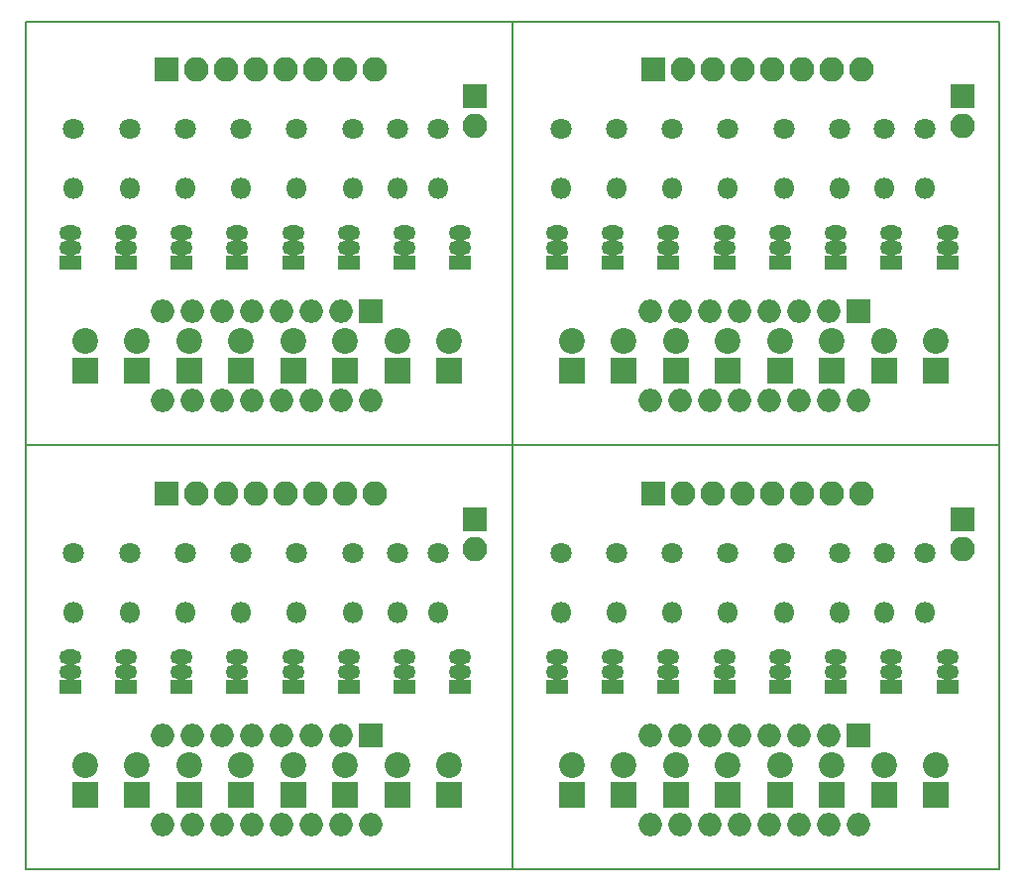
<source format=gbr>
%TF.GenerationSoftware,KiCad,Pcbnew,4.0.7-e2-6376~61~ubuntu18.04.1*%
%TF.CreationDate,2020-07-26T21:14:29+02:00*%
%TF.ProjectId,testio_panel,74657374696F5F70616E656C2E6B6963,rev?*%
%TF.FileFunction,Soldermask,Top*%
%FSLAX46Y46*%
G04 Gerber Fmt 4.6, Leading zero omitted, Abs format (unit mm)*
G04 Created by KiCad (PCBNEW 4.0.7-e2-6376~61~ubuntu18.04.1) date Sun Jul 26 21:14:29 2020*
%MOMM*%
%LPD*%
G01*
G04 APERTURE LIST*
%ADD10C,0.150000*%
%ADD11O,1.900000X1.300000*%
%ADD12R,1.900000X1.300000*%
%ADD13R,2.200000X2.200000*%
%ADD14C,2.200000*%
%ADD15R,2.100000X2.100000*%
%ADD16O,2.100000X2.100000*%
%ADD17C,1.800000*%
%ADD18O,1.800000X1.800000*%
%ADD19R,2.000000X2.000000*%
%ADD20O,2.000000X2.000000*%
G04 APERTURE END LIST*
D10*
X104727500Y-97425000D02*
X104727500Y-61230000D01*
X104727500Y-61230000D02*
X104727500Y-97425000D01*
X104727500Y-97425000D02*
X63135000Y-97425000D01*
X63135000Y-97425000D02*
X104727500Y-97425000D01*
X104727500Y-97425000D02*
X146320000Y-97425000D01*
X146320000Y-97425000D02*
X104727500Y-97425000D01*
X104727500Y-97425000D02*
X104727500Y-133620000D01*
X104727500Y-133620000D02*
X104727500Y-97425000D01*
X146320000Y-133620000D02*
X146320000Y-97425000D01*
X146320000Y-97425000D02*
X146320000Y-61230000D01*
X104727500Y-133620000D02*
X146320000Y-133620000D01*
X63135000Y-133620000D02*
X104727500Y-133620000D01*
X146320000Y-61230000D02*
X104727500Y-61230000D01*
X63135000Y-97425000D02*
X63135000Y-133620000D01*
X104727500Y-61230000D02*
X63135000Y-61230000D01*
X63135000Y-61230000D02*
X63135000Y-97425000D01*
D11*
X118062500Y-116792500D03*
X118062500Y-115522500D03*
D12*
X118062500Y-118062500D03*
D11*
X76470000Y-116792500D03*
X76470000Y-115522500D03*
D12*
X76470000Y-118062500D03*
D11*
X118062500Y-80597500D03*
X118062500Y-79327500D03*
D12*
X118062500Y-81867500D03*
D11*
X113300000Y-116792500D03*
X113300000Y-115522500D03*
D12*
X113300000Y-118062500D03*
D11*
X71707500Y-116792500D03*
X71707500Y-115522500D03*
D12*
X71707500Y-118062500D03*
D11*
X113300000Y-80597500D03*
X113300000Y-79327500D03*
D12*
X113300000Y-81867500D03*
D13*
X109807500Y-127270000D03*
D14*
X109807500Y-124730000D03*
D13*
X68215000Y-127270000D03*
D14*
X68215000Y-124730000D03*
D13*
X109807500Y-91075000D03*
D14*
X109807500Y-88535000D03*
D11*
X108537500Y-116792500D03*
X108537500Y-115522500D03*
D12*
X108537500Y-118062500D03*
D11*
X66945000Y-116792500D03*
X66945000Y-115522500D03*
D12*
X66945000Y-118062500D03*
D11*
X108537500Y-80597500D03*
X108537500Y-79327500D03*
D12*
X108537500Y-81867500D03*
D11*
X122825000Y-116792500D03*
X122825000Y-115522500D03*
D12*
X122825000Y-118062500D03*
D11*
X81232500Y-116792500D03*
X81232500Y-115522500D03*
D12*
X81232500Y-118062500D03*
D11*
X122825000Y-80597500D03*
X122825000Y-79327500D03*
D12*
X122825000Y-81867500D03*
D13*
X118697500Y-127270000D03*
D14*
X118697500Y-124730000D03*
D13*
X77105000Y-127270000D03*
D14*
X77105000Y-124730000D03*
D13*
X118697500Y-91075000D03*
D14*
X118697500Y-88535000D03*
D13*
X123142500Y-127270000D03*
D14*
X123142500Y-124730000D03*
D13*
X81550000Y-127270000D03*
D14*
X81550000Y-124730000D03*
D13*
X123142500Y-91075000D03*
D14*
X123142500Y-88535000D03*
D13*
X114252500Y-127270000D03*
D14*
X114252500Y-124730000D03*
D13*
X72660000Y-127270000D03*
D14*
X72660000Y-124730000D03*
D13*
X114252500Y-91075000D03*
D14*
X114252500Y-88535000D03*
D15*
X116792500Y-101552500D03*
D16*
X119332500Y-101552500D03*
X121872500Y-101552500D03*
X124412500Y-101552500D03*
X126952500Y-101552500D03*
X129492500Y-101552500D03*
X132032500Y-101552500D03*
X134572500Y-101552500D03*
D15*
X75200000Y-101552500D03*
D16*
X77740000Y-101552500D03*
X80280000Y-101552500D03*
X82820000Y-101552500D03*
X85360000Y-101552500D03*
X87900000Y-101552500D03*
X90440000Y-101552500D03*
X92980000Y-101552500D03*
D15*
X116792500Y-65357500D03*
D16*
X119332500Y-65357500D03*
X121872500Y-65357500D03*
X124412500Y-65357500D03*
X126952500Y-65357500D03*
X129492500Y-65357500D03*
X132032500Y-65357500D03*
X134572500Y-65357500D03*
D17*
X118380000Y-106632500D03*
D18*
X118380000Y-111712500D03*
D17*
X76787500Y-106632500D03*
D18*
X76787500Y-111712500D03*
D17*
X118380000Y-70437500D03*
D18*
X118380000Y-75517500D03*
D17*
X113617500Y-106632500D03*
D18*
X113617500Y-111712500D03*
D17*
X72025000Y-106632500D03*
D18*
X72025000Y-111712500D03*
D17*
X113617500Y-70437500D03*
D18*
X113617500Y-75517500D03*
D17*
X123142500Y-106632500D03*
D18*
X123142500Y-111712500D03*
D17*
X81550000Y-106632500D03*
D18*
X81550000Y-111712500D03*
D17*
X123142500Y-70437500D03*
D18*
X123142500Y-75517500D03*
D17*
X132667500Y-106632500D03*
D18*
X132667500Y-111712500D03*
D17*
X91075000Y-106632500D03*
D18*
X91075000Y-111712500D03*
D17*
X132667500Y-70437500D03*
D18*
X132667500Y-75517500D03*
D17*
X127905000Y-106632500D03*
D18*
X127905000Y-111712500D03*
D17*
X86312500Y-106632500D03*
D18*
X86312500Y-111712500D03*
D17*
X127905000Y-70437500D03*
D18*
X127905000Y-75517500D03*
D17*
X108855000Y-106632500D03*
D18*
X108855000Y-111712500D03*
D17*
X67262500Y-106632500D03*
D18*
X67262500Y-111712500D03*
D17*
X108855000Y-70437500D03*
D18*
X108855000Y-75517500D03*
D19*
X134255000Y-122190000D03*
D20*
X116475000Y-129810000D03*
X131715000Y-122190000D03*
X119015000Y-129810000D03*
X129175000Y-122190000D03*
X121555000Y-129810000D03*
X126635000Y-122190000D03*
X124095000Y-129810000D03*
X124095000Y-122190000D03*
X126635000Y-129810000D03*
X121555000Y-122190000D03*
X129175000Y-129810000D03*
X119015000Y-122190000D03*
X131715000Y-129810000D03*
X116475000Y-122190000D03*
X134255000Y-129810000D03*
D19*
X92662500Y-122190000D03*
D20*
X74882500Y-129810000D03*
X90122500Y-122190000D03*
X77422500Y-129810000D03*
X87582500Y-122190000D03*
X79962500Y-129810000D03*
X85042500Y-122190000D03*
X82502500Y-129810000D03*
X82502500Y-122190000D03*
X85042500Y-129810000D03*
X79962500Y-122190000D03*
X87582500Y-129810000D03*
X77422500Y-122190000D03*
X90122500Y-129810000D03*
X74882500Y-122190000D03*
X92662500Y-129810000D03*
D19*
X134255000Y-85995000D03*
D20*
X116475000Y-93615000D03*
X131715000Y-85995000D03*
X119015000Y-93615000D03*
X129175000Y-85995000D03*
X121555000Y-93615000D03*
X126635000Y-85995000D03*
X124095000Y-93615000D03*
X124095000Y-85995000D03*
X126635000Y-93615000D03*
X121555000Y-85995000D03*
X129175000Y-93615000D03*
X119015000Y-85995000D03*
X131715000Y-93615000D03*
X116475000Y-85995000D03*
X134255000Y-93615000D03*
D13*
X140922500Y-127270000D03*
D14*
X140922500Y-124730000D03*
D13*
X99330000Y-127270000D03*
D14*
X99330000Y-124730000D03*
D13*
X140922500Y-91075000D03*
D14*
X140922500Y-88535000D03*
D13*
X127587500Y-127270000D03*
D14*
X127587500Y-124730000D03*
D13*
X85995000Y-127270000D03*
D14*
X85995000Y-124730000D03*
D13*
X127587500Y-91075000D03*
D14*
X127587500Y-88535000D03*
D13*
X136477500Y-127270000D03*
D14*
X136477500Y-124730000D03*
D13*
X94885000Y-127270000D03*
D14*
X94885000Y-124730000D03*
D13*
X136477500Y-91075000D03*
D14*
X136477500Y-88535000D03*
D13*
X132032500Y-127270000D03*
D14*
X132032500Y-124730000D03*
D13*
X90440000Y-127270000D03*
D14*
X90440000Y-124730000D03*
D13*
X132032500Y-91075000D03*
D14*
X132032500Y-88535000D03*
D15*
X143145000Y-103775000D03*
D16*
X143145000Y-106315000D03*
D15*
X101552500Y-103775000D03*
D16*
X101552500Y-106315000D03*
D15*
X143145000Y-67580000D03*
D16*
X143145000Y-70120000D03*
D11*
X127587500Y-116792500D03*
X127587500Y-115522500D03*
D12*
X127587500Y-118062500D03*
D11*
X85995000Y-116792500D03*
X85995000Y-115522500D03*
D12*
X85995000Y-118062500D03*
D11*
X127587500Y-80597500D03*
X127587500Y-79327500D03*
D12*
X127587500Y-81867500D03*
D17*
X139970000Y-106632500D03*
D18*
X139970000Y-111712500D03*
D17*
X98377500Y-106632500D03*
D18*
X98377500Y-111712500D03*
D17*
X139970000Y-70437500D03*
D18*
X139970000Y-75517500D03*
D17*
X136477500Y-106632500D03*
D18*
X136477500Y-111712500D03*
D17*
X94885000Y-106632500D03*
D18*
X94885000Y-111712500D03*
D17*
X136477500Y-70437500D03*
D18*
X136477500Y-75517500D03*
D11*
X137112500Y-116792500D03*
X137112500Y-115522500D03*
D12*
X137112500Y-118062500D03*
D11*
X95520000Y-116792500D03*
X95520000Y-115522500D03*
D12*
X95520000Y-118062500D03*
D11*
X137112500Y-80597500D03*
X137112500Y-79327500D03*
D12*
X137112500Y-81867500D03*
D11*
X132350000Y-116792500D03*
X132350000Y-115522500D03*
D12*
X132350000Y-118062500D03*
D11*
X90757500Y-116792500D03*
X90757500Y-115522500D03*
D12*
X90757500Y-118062500D03*
D11*
X132350000Y-80597500D03*
X132350000Y-79327500D03*
D12*
X132350000Y-81867500D03*
D11*
X141875000Y-116792500D03*
X141875000Y-115522500D03*
D12*
X141875000Y-118062500D03*
D11*
X100282500Y-116792500D03*
X100282500Y-115522500D03*
D12*
X100282500Y-118062500D03*
D11*
X141875000Y-80597500D03*
X141875000Y-79327500D03*
D12*
X141875000Y-81867500D03*
D13*
X68215000Y-91075000D03*
D14*
X68215000Y-88535000D03*
D13*
X72660000Y-91075000D03*
D14*
X72660000Y-88535000D03*
D13*
X77105000Y-91075000D03*
D14*
X77105000Y-88535000D03*
D13*
X81550000Y-91075000D03*
D14*
X81550000Y-88535000D03*
D13*
X85995000Y-91075000D03*
D14*
X85995000Y-88535000D03*
D13*
X90440000Y-91075000D03*
D14*
X90440000Y-88535000D03*
D13*
X94885000Y-91075000D03*
D14*
X94885000Y-88535000D03*
D13*
X99330000Y-91075000D03*
D14*
X99330000Y-88535000D03*
D15*
X75200000Y-65357500D03*
D16*
X77740000Y-65357500D03*
X80280000Y-65357500D03*
X82820000Y-65357500D03*
X85360000Y-65357500D03*
X87900000Y-65357500D03*
X90440000Y-65357500D03*
X92980000Y-65357500D03*
D15*
X101552500Y-67580000D03*
D16*
X101552500Y-70120000D03*
D11*
X66945000Y-80597500D03*
X66945000Y-79327500D03*
D12*
X66945000Y-81867500D03*
D11*
X71707500Y-80597500D03*
X71707500Y-79327500D03*
D12*
X71707500Y-81867500D03*
D11*
X76470000Y-80597500D03*
X76470000Y-79327500D03*
D12*
X76470000Y-81867500D03*
D11*
X81232500Y-80597500D03*
X81232500Y-79327500D03*
D12*
X81232500Y-81867500D03*
D11*
X85995000Y-80597500D03*
X85995000Y-79327500D03*
D12*
X85995000Y-81867500D03*
D11*
X90757500Y-80597500D03*
X90757500Y-79327500D03*
D12*
X90757500Y-81867500D03*
D11*
X95520000Y-80597500D03*
X95520000Y-79327500D03*
D12*
X95520000Y-81867500D03*
D11*
X100282500Y-80597500D03*
X100282500Y-79327500D03*
D12*
X100282500Y-81867500D03*
D17*
X67262500Y-70437500D03*
D18*
X67262500Y-75517500D03*
D17*
X72025000Y-70437500D03*
D18*
X72025000Y-75517500D03*
D17*
X76787500Y-70437500D03*
D18*
X76787500Y-75517500D03*
D17*
X81550000Y-70437500D03*
D18*
X81550000Y-75517500D03*
D17*
X86312500Y-70437500D03*
D18*
X86312500Y-75517500D03*
D17*
X91075000Y-70437500D03*
D18*
X91075000Y-75517500D03*
D17*
X94885000Y-70437500D03*
D18*
X94885000Y-75517500D03*
D17*
X98377500Y-70437500D03*
D18*
X98377500Y-75517500D03*
D19*
X92662500Y-85995000D03*
D20*
X74882500Y-93615000D03*
X90122500Y-85995000D03*
X77422500Y-93615000D03*
X87582500Y-85995000D03*
X79962500Y-93615000D03*
X85042500Y-85995000D03*
X82502500Y-93615000D03*
X82502500Y-85995000D03*
X85042500Y-93615000D03*
X79962500Y-85995000D03*
X87582500Y-93615000D03*
X77422500Y-85995000D03*
X90122500Y-93615000D03*
X74882500Y-85995000D03*
X92662500Y-93615000D03*
M02*

</source>
